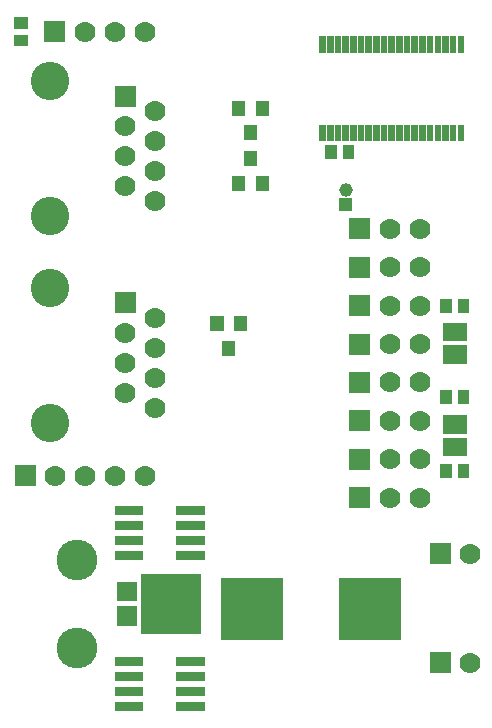
<source format=gbr>
G04 start of page 6 for group -4063 idx -4063 *
G04 Title: (unknown), componentmask *
G04 Creator: pcb 1.99z *
G04 CreationDate: Wed 09 Mar 2011 16:43:30 GMT UTC *
G04 For: richard *
G04 Format: Gerber/RS-274X *
G04 PCB-Dimensions: 165354 236220 *
G04 PCB-Coordinate-Origin: lower left *
%MOIN*%
%FSLAX25Y25*%
%LNFRONTMASK*%
%ADD11C,0.0200*%
%ADD33C,0.1280*%
%ADD47C,0.0700*%
%ADD48C,0.1360*%
%ADD49C,0.0453*%
%ADD50R,0.0218X0.0218*%
%ADD51R,0.0382X0.0382*%
%ADD52R,0.0440X0.0440*%
%ADD53R,0.0300X0.0300*%
%ADD54R,0.0610X0.0610*%
G54D11*G36*
X37248Y142201D02*Y135201D01*
X44248D01*
Y142201D01*
X37248D01*
G37*
G54D47*X50748Y133701D03*
G54D33*X15748Y143701D03*
G54D47*X40748Y177598D03*
G54D33*X15748Y167598D03*
G54D47*X50748Y172598D03*
Y103701D03*
X40748Y108701D03*
X50748Y123701D03*
X40748Y128701D03*
Y118701D03*
X50748Y113701D03*
G54D48*X24606Y53149D03*
Y23621D03*
G54D33*X15748Y98701D03*
G54D11*G36*
X3903Y84602D02*Y77602D01*
X10903D01*
Y84602D01*
X3903D01*
G37*
G54D47*X17403Y81102D03*
X27403D03*
X37403D03*
X47403D03*
G54D11*G36*
X115437Y166885D02*Y159885D01*
X122437D01*
Y166885D01*
X115437D01*
G37*
G54D47*X128937Y163385D03*
X138937D03*
G54D11*G36*
X111909Y173779D02*Y169251D01*
X116437D01*
Y173779D01*
X111909D01*
G37*
G36*
X115437Y128500D02*Y121500D01*
X122437D01*
Y128500D01*
X115437D01*
G37*
G36*
Y115704D02*Y108704D01*
X122437D01*
Y115704D01*
X115437D01*
G37*
G54D47*X128937Y125000D03*
X138937D03*
G54D11*G36*
X115437Y141295D02*Y134295D01*
X122437D01*
Y141295D01*
X115437D01*
G37*
G54D47*X128937Y137795D03*
X138937D03*
G54D49*X114173Y176515D03*
G54D11*G36*
X115437Y154090D02*Y147090D01*
X122437D01*
Y154090D01*
X115437D01*
G37*
G54D47*X128937Y150590D03*
X138937D03*
G54D11*G36*
X142169Y22200D02*Y15200D01*
X149169D01*
Y22200D01*
X142169D01*
G37*
G54D47*X155669Y18700D03*
G54D11*G36*
X142169Y58618D02*Y51618D01*
X149169D01*
Y58618D01*
X142169D01*
G37*
G54D47*X155669Y55118D03*
X128937Y112204D03*
X138937D03*
G54D11*G36*
X115437Y102909D02*Y95909D01*
X122437D01*
Y102909D01*
X115437D01*
G37*
G54D47*X128937Y99409D03*
X138937D03*
G54D11*G36*
X115437Y90114D02*Y83114D01*
X122437D01*
Y90114D01*
X115437D01*
G37*
G54D47*X128937Y86614D03*
X138937D03*
G54D11*G36*
X115437Y77318D02*Y70318D01*
X122437D01*
Y77318D01*
X115437D01*
G37*
G54D47*X128937Y73818D03*
X138937D03*
X50748Y192598D03*
X40748Y187598D03*
G54D11*G36*
X13823Y232633D02*Y225633D01*
X20823D01*
Y232633D01*
X13823D01*
G37*
G54D47*X27323Y229133D03*
X37323D03*
X47323D03*
X40748Y197598D03*
G54D11*G36*
X37248Y211098D02*Y204098D01*
X44248D01*
Y211098D01*
X37248D01*
G37*
G54D47*X50748Y202598D03*
Y182598D03*
G54D33*X15748Y212598D03*
G54D50*X109096Y226555D02*Y223209D01*
X106537Y226555D02*Y223209D01*
G54D51*X5422Y232050D02*X6390D01*
X5422Y226216D02*X6390D01*
G54D52*X79133Y132190D02*Y131590D01*
X75233Y123990D02*Y123390D01*
X71333Y132190D02*Y131590D01*
X78580Y178911D02*Y178311D01*
X86380Y178911D02*Y178311D01*
X82480Y187111D02*Y186511D01*
X86380Y203972D02*Y203372D01*
X78580Y203972D02*Y203372D01*
X82480Y195772D02*Y195172D01*
G54D11*G36*
X72698Y46869D02*Y26200D01*
X93367D01*
Y46869D01*
X72698D01*
G37*
G54D53*X38665Y69507D02*X45165D01*
X59165D02*X65665D01*
X38665Y64507D02*X45165D01*
X38665Y59507D02*X45165D01*
X38665Y54507D02*X45165D01*
X59165D02*X65665D01*
X59165Y59507D02*X65665D01*
X59165Y64507D02*X65665D01*
G54D11*G36*
X45965Y48326D02*Y28444D01*
X65847D01*
Y48326D01*
X45965D01*
G37*
G36*
X38091Y45727D02*Y39231D01*
X44587D01*
Y45727D01*
X38091D01*
G37*
G54D53*X59165Y4311D02*X65665D01*
X38665D02*X45165D01*
X59165Y9311D02*X65665D01*
X59165Y14311D02*X65665D01*
X59165Y19311D02*X65665D01*
X38665D02*X45165D01*
X38665Y14311D02*X45165D01*
X38665Y9311D02*X45165D01*
G54D11*G36*
X38091Y37539D02*Y31043D01*
X44587D01*
Y37539D01*
X38091D01*
G37*
G54D51*X115086Y189460D02*Y188492D01*
X109252Y189460D02*Y188492D01*
X153508Y138279D02*Y137311D01*
X147674Y138279D02*Y137311D01*
G54D50*X106537Y197027D02*Y193681D01*
X109096Y197027D02*Y193681D01*
X111655Y197027D02*Y193681D01*
X114214Y197027D02*Y193681D01*
X116773Y197027D02*Y193681D01*
X129568Y197027D02*Y193681D01*
X132127Y197027D02*Y193681D01*
X134686Y197027D02*Y193681D01*
X137245Y197027D02*Y193681D01*
X139804Y197027D02*Y193681D01*
X142363Y197027D02*Y193681D01*
X144922Y197027D02*Y193681D01*
X147481Y197027D02*Y193681D01*
X150040Y197027D02*Y193681D01*
X152599Y197027D02*Y193681D01*
Y226555D02*Y223209D01*
X150040Y226555D02*Y223209D01*
X147481Y226555D02*Y223209D01*
X144922Y226555D02*Y223209D01*
X142363Y226555D02*Y223209D01*
X139804Y226555D02*Y223209D01*
X137245Y226555D02*Y223209D01*
X134686Y226555D02*Y223209D01*
X132127Y226555D02*Y223209D01*
X129568Y226555D02*Y223209D01*
X127009Y226555D02*Y223209D01*
X124450Y226555D02*Y223209D01*
X121891Y226555D02*Y223209D01*
X119332Y226555D02*Y223209D01*
X116773Y226555D02*Y223209D01*
X114214Y226555D02*Y223209D01*
X111655Y226555D02*Y223209D01*
X119332Y197027D02*Y193681D01*
X121891Y197027D02*Y193681D01*
X124450Y197027D02*Y193681D01*
X127009Y197027D02*Y193681D01*
G54D54*X149591Y98187D02*X151591D01*
X149591Y90787D02*X151591D01*
X149591Y128936D02*X151591D01*
X149591Y121536D02*X151591D01*
G54D51*X153508Y107767D02*Y106799D01*
X147674Y107767D02*Y106799D01*
Y83161D02*Y82193D01*
X153508Y83161D02*Y82193D01*
G54D11*G36*
X112068Y46869D02*Y26200D01*
X132737D01*
Y46869D01*
X112068D01*
G37*
M02*

</source>
